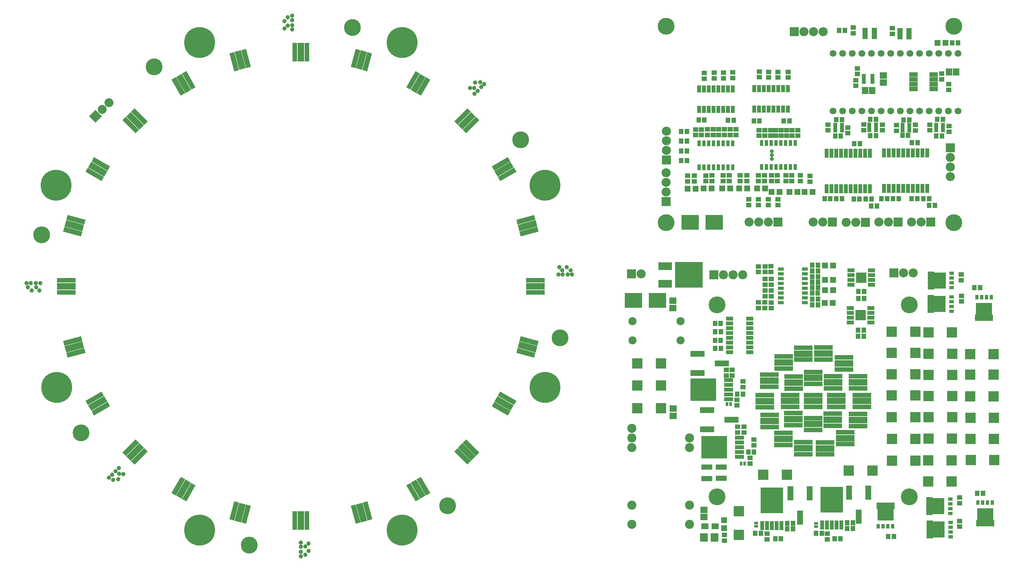
<source format=gbr>
G04 #@! TF.FileFunction,Soldermask,Top*
%FSLAX46Y46*%
G04 Gerber Fmt 4.6, Leading zero omitted, Abs format (unit mm)*
G04 Created by KiCad (PCBNEW 4.0.1-stable) date 2/3/2016 11:10:25 AM*
%MOMM*%
G01*
G04 APERTURE LIST*
%ADD10C,0.100000*%
%ADD11C,4.464000*%
%ADD12C,8.160000*%
%ADD13C,1.797000*%
%ADD14R,1.000000X2.350000*%
%ADD15R,4.591000X3.956000*%
%ADD16O,2.398980X2.398980*%
%ADD17R,2.398980X2.398980*%
%ADD18R,1.400760X1.101040*%
%ADD19C,1.050000*%
%ADD20R,1.000000X1.900000*%
%ADD21R,0.908000X1.543000*%
%ADD22R,1.100000X0.750000*%
%ADD23R,2.198320X1.197560*%
%ADD24R,1.598880X1.598880*%
%ADD25R,2.830000X2.770000*%
%ADD26R,2.770000X2.830000*%
%ADD27R,1.000000X0.800000*%
%ADD28R,0.800000X1.000000*%
%ADD29R,1.900000X1.600000*%
%ADD30R,2.000200X2.203400*%
%ADD31R,1.593800X3.702000*%
%ADD32R,3.702000X1.593800*%
%ADD33R,1.543000X0.908000*%
%ADD34R,1.900000X1.000000*%
%ADD35R,1.950000X1.000000*%
%ADD36R,1.575000X1.575000*%
%ADD37R,0.996900X2.398980*%
%ADD38R,5.998160X6.899860*%
%ADD39R,2.398980X0.996900*%
%ADD40R,6.899860X5.998160*%
%ADD41C,2.150000*%
%ADD42R,3.600400X2.000200*%
%ADD43R,7.400240X6.899860*%
%ADD44C,2.400000*%
%ADD45R,2.900000X1.400000*%
%ADD46C,1.136600*%
%ADD47R,1.300000X0.850000*%
%ADD48R,1.700000X4.850000*%
%ADD49R,3.450000X4.350000*%
%ADD50R,0.850000X1.300000*%
%ADD51R,4.850000X1.700000*%
%ADD52R,4.350000X3.450000*%
%ADD53R,1.700000X4.900000*%
%ADD54R,1.300000X4.900000*%
%ADD55R,4.900000X1.700000*%
%ADD56R,4.900000X1.300000*%
%ADD57R,1.000000X1.000000*%
%ADD58C,2.398980*%
%ADD59R,1.299160X1.400760*%
%ADD60R,1.400760X1.299160*%
%ADD61R,1.898600X1.700480*%
%ADD62R,1.700480X1.898600*%
G04 APERTURE END LIST*
D10*
D11*
X159910000Y-103330000D03*
X77770000Y-158210000D03*
X22890000Y-76070000D03*
X52590000Y-31620000D03*
X130210000Y-147780000D03*
X33320000Y-128510000D03*
D12*
X155930000Y-62970000D03*
X64670000Y-154230000D03*
X118130000Y-154230000D03*
X118130000Y-25170000D03*
X155930000Y-116430000D03*
X64670000Y-25170000D03*
X26670000Y-62970000D03*
D11*
X105030000Y-21190000D03*
X149480000Y-50890000D03*
D13*
X262533800Y-28091300D03*
X259993800Y-28091300D03*
X257453800Y-28091300D03*
X254913800Y-28091300D03*
X252373800Y-28091300D03*
X249833800Y-28091300D03*
X247293800Y-28091300D03*
X244753800Y-28091300D03*
X242213800Y-28091300D03*
X239673800Y-28091300D03*
X237133800Y-28091300D03*
X234593800Y-28091300D03*
X232053800Y-28091300D03*
X232053800Y-43331300D03*
X234593800Y-43331300D03*
X237133800Y-43331300D03*
X239673800Y-43331300D03*
X242213800Y-43331300D03*
X244753800Y-43331300D03*
X247293800Y-43331300D03*
X249833800Y-43331300D03*
X252373800Y-43331300D03*
X254913800Y-43331300D03*
X257453800Y-43331300D03*
X259993800Y-43331300D03*
X262533800Y-43331300D03*
X265073800Y-43331300D03*
X265073800Y-28091300D03*
D14*
X241794700Y-54496140D03*
X240524700Y-54496140D03*
X239254700Y-54496140D03*
X237984700Y-54496140D03*
X236714700Y-54496140D03*
X235444700Y-54496140D03*
X234174700Y-54496140D03*
X232904700Y-54496140D03*
X231634700Y-54496140D03*
X230364700Y-54496140D03*
X230364700Y-63896140D03*
X231634700Y-63896140D03*
X232904700Y-63896140D03*
X234174700Y-63896140D03*
X235444700Y-63896140D03*
X236714700Y-63896140D03*
X237984700Y-63896140D03*
X239254700Y-63896140D03*
X240524700Y-63896140D03*
X241794700Y-63896140D03*
D15*
X194263680Y-72792760D03*
X200613680Y-72792760D03*
D16*
X187939080Y-59610160D03*
D17*
X187939080Y-67230160D03*
D16*
X187939080Y-64690160D03*
X187939080Y-62150160D03*
X229366480Y-22328040D03*
D17*
X221746480Y-22328040D03*
D16*
X224286480Y-22328040D03*
X226826480Y-22328040D03*
X226775680Y-72665760D03*
D17*
X231855680Y-72665760D03*
D16*
X229315680Y-72665760D03*
X244111180Y-72665760D03*
D17*
X249191180Y-72665760D03*
D16*
X246651180Y-72665760D03*
X235475180Y-72729260D03*
D17*
X240555180Y-72729260D03*
D16*
X238015180Y-72729260D03*
X252797980Y-72716560D03*
D17*
X257877980Y-72716560D03*
D16*
X255337980Y-72716560D03*
D18*
X242907220Y-23712340D03*
X242907220Y-22762380D03*
X242907220Y-21812420D03*
X240509460Y-23712340D03*
X240509460Y-21812420D03*
X240509460Y-22762380D03*
X252089320Y-23826640D03*
X252089320Y-22876680D03*
X252089320Y-21926720D03*
X249691560Y-23826640D03*
X249691560Y-21926720D03*
X249691560Y-22876680D03*
D19*
X215810638Y-55009397D03*
X215810638Y-54009397D03*
X215810638Y-56009397D03*
D20*
X205553980Y-37474060D03*
X204283980Y-37474060D03*
X203013980Y-37474060D03*
X201743980Y-37474060D03*
X200473980Y-37474060D03*
X199203980Y-37474060D03*
X197933980Y-37474060D03*
X196663980Y-37474060D03*
X196663980Y-42874060D03*
X197933980Y-42874060D03*
X199203980Y-42874060D03*
X200473980Y-42874060D03*
X201743980Y-42874060D03*
X203013980Y-42874060D03*
X204283980Y-42874060D03*
X205553980Y-42874060D03*
D21*
X196628954Y-51875232D03*
X199168954Y-51875232D03*
X200438954Y-51875232D03*
X201708954Y-51875232D03*
X202978954Y-51875232D03*
X204248954Y-51875232D03*
X205518954Y-51875232D03*
X205518954Y-58225232D03*
X204248954Y-58225232D03*
X202978954Y-58225232D03*
X201708954Y-58225232D03*
X200438954Y-58225232D03*
X199168954Y-58225232D03*
X197898954Y-58225232D03*
X196628954Y-58225232D03*
X197898954Y-51875232D03*
X213123180Y-51774260D03*
X215663180Y-51774260D03*
X216933180Y-51774260D03*
X218203180Y-51774260D03*
X219473180Y-51774260D03*
X220743180Y-51774260D03*
X222013180Y-51774260D03*
X222013180Y-58124260D03*
X220743180Y-58124260D03*
X219473180Y-58124260D03*
X218203180Y-58124260D03*
X216933180Y-58124260D03*
X215663180Y-58124260D03*
X214393180Y-58124260D03*
X213123180Y-58124260D03*
X214393180Y-51774260D03*
D20*
X220108180Y-37397860D03*
X218838180Y-37397860D03*
X217568180Y-37397860D03*
X216298180Y-37397860D03*
X215028180Y-37397860D03*
X213758180Y-37397860D03*
X212488180Y-37397860D03*
X211218180Y-37397860D03*
X211218180Y-42797860D03*
X212488180Y-42797860D03*
X213758180Y-42797860D03*
X215028180Y-42797860D03*
X216298180Y-42797860D03*
X217568180Y-42797860D03*
X218838180Y-42797860D03*
X220108180Y-42797860D03*
D22*
X240179700Y-35736700D03*
X240179700Y-35086700D03*
X240179700Y-34436700D03*
X240179700Y-33786700D03*
X242429700Y-33786700D03*
X242429700Y-34436700D03*
X242429700Y-35086700D03*
X242429700Y-35736700D03*
D23*
X258596800Y-37476600D03*
X258596800Y-36206600D03*
X258596800Y-34936600D03*
X258596800Y-33666600D03*
X253262800Y-33666600D03*
X253262800Y-34936600D03*
X253262800Y-36206600D03*
X253262800Y-37476600D03*
D14*
X256933100Y-54356440D03*
X255663100Y-54356440D03*
X254393100Y-54356440D03*
X253123100Y-54356440D03*
X251853100Y-54356440D03*
X250583100Y-54356440D03*
X249313100Y-54356440D03*
X248043100Y-54356440D03*
X246773100Y-54356440D03*
X245503100Y-54356440D03*
X245503100Y-63756440D03*
X246773100Y-63756440D03*
X248043100Y-63756440D03*
X249313100Y-63756440D03*
X250583100Y-63756440D03*
X251853100Y-63756440D03*
X253123100Y-63756440D03*
X254393100Y-63756440D03*
X255663100Y-63756440D03*
X256933100Y-63756440D03*
D11*
X263915680Y-72848760D03*
X187915680Y-72848760D03*
X187915680Y-20848760D03*
X263915680Y-20848760D03*
D24*
X261728620Y-25266820D03*
X259630580Y-25266820D03*
X195663754Y-63838632D03*
X193565714Y-63838632D03*
X214078220Y-63775760D03*
X211980180Y-63775760D03*
X199908093Y-63825932D03*
X197810053Y-63825932D03*
X217885680Y-64690160D03*
X215787640Y-64690160D03*
X204807220Y-63775760D03*
X202709180Y-63775760D03*
X222599920Y-64690160D03*
X220501880Y-64690160D03*
X209313180Y-63775760D03*
X207215140Y-63775760D03*
X226562320Y-64715560D03*
X224464280Y-64715560D03*
D16*
X187977180Y-48662759D03*
D17*
X187977180Y-56282759D03*
D16*
X187977180Y-53742759D03*
X187977180Y-51202759D03*
X209821179Y-72665760D03*
D17*
X217441179Y-72665760D03*
D16*
X214901179Y-72665760D03*
X212361179Y-72665760D03*
D25*
X207164983Y-149239605D03*
X207164983Y-155479605D03*
D26*
X213554743Y-139542765D03*
X219794743Y-139542765D03*
X253795183Y-101722165D03*
X247555183Y-101722165D03*
X274468243Y-107691165D03*
X268228243Y-107691165D03*
X257141143Y-135798805D03*
X263381143Y-135798805D03*
X253795183Y-107310165D03*
X247555183Y-107310165D03*
X274468243Y-113111525D03*
X268228243Y-113111525D03*
X257217343Y-129994905D03*
X263457343Y-129994905D03*
X253795183Y-112954045D03*
X247555183Y-112954045D03*
X274468243Y-118801125D03*
X268228243Y-118801125D03*
X257293543Y-124368805D03*
X263533543Y-124368805D03*
X253795183Y-118597925D03*
X247555183Y-118597925D03*
X274554603Y-124490725D03*
X268314603Y-124490725D03*
X257293543Y-118730005D03*
X263533543Y-118730005D03*
X236211543Y-138491205D03*
X242451543Y-138491205D03*
X274554603Y-130093965D03*
X268314603Y-130093965D03*
X257293543Y-113167405D03*
X263533543Y-113167405D03*
X253795183Y-124297685D03*
X247555183Y-124297685D03*
X274646043Y-135692125D03*
X268406043Y-135692125D03*
X257252903Y-107528605D03*
X263492903Y-107528605D03*
X253820583Y-130058405D03*
X247580583Y-130058405D03*
X257217343Y-101925365D03*
X263457343Y-101925365D03*
X253820583Y-135808965D03*
X247580583Y-135808965D03*
X257141143Y-141374105D03*
X263381143Y-141374105D03*
D24*
X229847183Y-94112325D03*
X231945223Y-94112325D03*
X229910683Y-90683325D03*
X232008723Y-90683325D03*
X232011263Y-88046805D03*
X229913223Y-88046805D03*
X229910683Y-84180925D03*
X232008723Y-84180925D03*
X203263543Y-153677865D03*
X203263543Y-151579825D03*
D15*
X179270703Y-93451925D03*
X185620703Y-93451925D03*
D27*
X211673483Y-152318545D03*
X211673483Y-153218545D03*
D28*
X207756383Y-136570965D03*
X208656383Y-136570965D03*
D27*
X227538323Y-152420145D03*
X227538323Y-153320145D03*
D28*
X203997183Y-120894085D03*
X204897183Y-120894085D03*
D29*
X198169583Y-153243525D03*
X200869583Y-153243525D03*
D16*
X181317943Y-86395805D03*
D17*
X178777943Y-86395805D03*
D16*
X208114943Y-86624405D03*
D17*
X200494943Y-86624405D03*
D16*
X203034943Y-86624405D03*
X205574943Y-86624405D03*
D30*
X197924463Y-156205165D03*
X200718463Y-156205165D03*
D31*
X225859383Y-144475845D03*
X223319383Y-150875845D03*
X220779383Y-144475845D03*
D32*
X198788463Y-122489205D03*
X205188463Y-125029205D03*
X198788463Y-127569205D03*
D31*
X241355923Y-144300585D03*
X238815923Y-150700585D03*
X236275923Y-144300585D03*
D32*
X196223063Y-107589565D03*
X202623063Y-110129565D03*
X196223063Y-112669565D03*
D33*
X218208903Y-94023425D03*
X218208903Y-91483425D03*
X218208903Y-90213425D03*
X218208903Y-88943425D03*
X218208903Y-87673425D03*
X218208903Y-86403425D03*
X218208903Y-85133425D03*
X224558903Y-85133425D03*
X224558903Y-86403425D03*
X224558903Y-87673425D03*
X224558903Y-88943425D03*
X224558903Y-90213425D03*
X224558903Y-91483425D03*
X224558903Y-92753425D03*
X224558903Y-94023425D03*
X218208903Y-92753425D03*
D34*
X204647863Y-98272845D03*
X204647863Y-99542845D03*
X204647863Y-100812845D03*
X204647863Y-102082845D03*
X204647863Y-103352845D03*
X204647863Y-104622845D03*
X204647863Y-105892845D03*
X204647863Y-107162845D03*
X210047863Y-107162845D03*
X210047863Y-105892845D03*
X210047863Y-104622845D03*
X210047863Y-103352845D03*
X210047863Y-102082845D03*
X210047863Y-100812845D03*
X210047863Y-99542845D03*
X210047863Y-98272845D03*
D35*
X236626463Y-95443285D03*
X236626463Y-96713285D03*
X236626463Y-97983285D03*
X236626463Y-99253285D03*
X242026463Y-99253285D03*
X242026463Y-97983285D03*
X242026463Y-96713285D03*
X242026463Y-95443285D03*
D36*
X239913963Y-97935785D03*
X239913963Y-96760785D03*
X238738963Y-97935785D03*
X238738963Y-96760785D03*
D35*
X236786483Y-85483945D03*
X236786483Y-86753945D03*
X236786483Y-88023945D03*
X236786483Y-89293945D03*
X242186483Y-89293945D03*
X242186483Y-88023945D03*
X242186483Y-86753945D03*
X242186483Y-85483945D03*
D36*
X240073983Y-87976445D03*
X240073983Y-86801445D03*
X238898983Y-87976445D03*
X238898983Y-86801445D03*
D37*
X213349883Y-153009845D03*
X218429883Y-153009845D03*
D38*
X215889883Y-146311865D03*
D37*
X214619883Y-153009845D03*
X215889883Y-153009845D03*
X217159883Y-153009845D03*
D39*
X207312303Y-134792965D03*
X207312303Y-129712965D03*
D40*
X200614323Y-132252965D03*
D39*
X207312303Y-133522965D03*
X207312303Y-132252965D03*
X207312303Y-130982965D03*
D37*
X229138523Y-152895545D03*
X234218523Y-152895545D03*
D38*
X231678523Y-146197565D03*
D37*
X230408523Y-152895545D03*
X231678523Y-152895545D03*
X232948523Y-152895545D03*
D39*
X204457343Y-119570745D03*
X204457343Y-114490745D03*
D40*
X197759363Y-117030745D03*
D39*
X204457343Y-118300745D03*
X204457343Y-117030745D03*
X204457343Y-115760745D03*
D26*
X180306143Y-121955805D03*
X186546143Y-121955805D03*
D41*
X179001463Y-104038645D03*
X191701463Y-104038645D03*
X191701463Y-98958645D03*
X179001463Y-98958645D03*
D42*
X187647623Y-84389205D03*
X187647623Y-88991685D03*
D43*
X193896023Y-86690445D03*
D44*
X178838903Y-127315205D03*
X178838903Y-129855205D03*
X178838903Y-132395205D03*
X178838903Y-147635205D03*
X178838903Y-152715205D03*
X194078903Y-152715205D03*
X194078903Y-147635205D03*
X194078903Y-132395205D03*
X194078903Y-129855205D03*
D11*
X201358543Y-145450805D03*
X201358543Y-94650805D03*
X252158543Y-94650805D03*
X252158543Y-145450805D03*
D26*
X180275663Y-110104165D03*
X186515663Y-110104165D03*
X180306143Y-115910605D03*
X186546143Y-115910605D03*
D45*
X198681383Y-137575405D03*
X198681383Y-140575405D03*
X202450743Y-137519525D03*
X202450743Y-140519525D03*
D16*
X253164383Y-86126565D03*
D17*
X248084383Y-86126565D03*
D16*
X250624383Y-86126565D03*
D46*
X259242603Y-149403045D03*
X258417103Y-148615645D03*
X258417103Y-146418545D03*
X259242603Y-147434545D03*
X257274103Y-147180545D03*
X257274103Y-146037545D03*
X257274103Y-148514045D03*
D47*
X263020103Y-148514045D03*
X263020103Y-149784045D03*
X263020103Y-147244045D03*
D48*
X257545103Y-147879045D03*
D49*
X259745103Y-147879045D03*
D47*
X263020103Y-145974045D03*
D46*
X257274103Y-149657045D03*
X259308643Y-155610805D03*
X258483143Y-154823405D03*
X258483143Y-152626305D03*
X259308643Y-153642305D03*
X257340143Y-153388305D03*
X257340143Y-152245305D03*
X257340143Y-154721805D03*
D47*
X263086143Y-154721805D03*
X263086143Y-155991805D03*
X263086143Y-153451805D03*
D48*
X257611143Y-154086805D03*
D49*
X259811143Y-154086805D03*
D47*
X263086143Y-152181805D03*
D46*
X257340143Y-155864805D03*
X273761243Y-150695905D03*
X272973843Y-151521405D03*
X270776743Y-151521405D03*
X271792743Y-150695905D03*
X271538743Y-152664405D03*
X270395743Y-152664405D03*
X272872243Y-152664405D03*
D50*
X272872243Y-146918405D03*
X274142243Y-146918405D03*
X271602243Y-146918405D03*
D51*
X272237243Y-152393405D03*
D52*
X272237243Y-150193405D03*
D50*
X270332243Y-146918405D03*
D46*
X274015243Y-152664405D03*
X244375983Y-149461465D03*
X245163383Y-148635965D03*
X247360483Y-148635965D03*
X246344483Y-149461465D03*
X246598483Y-147492965D03*
X247741483Y-147492965D03*
X245264983Y-147492965D03*
D50*
X245264983Y-153238965D03*
X243994983Y-153238965D03*
X246534983Y-153238965D03*
D51*
X245899983Y-147763965D03*
D52*
X245899983Y-149963965D03*
D50*
X247804983Y-153238965D03*
D46*
X244121983Y-147492965D03*
X273428503Y-96327205D03*
X272641103Y-97152705D03*
X270444003Y-97152705D03*
X271460003Y-96327205D03*
X271206003Y-98295705D03*
X270063003Y-98295705D03*
X272539503Y-98295705D03*
D50*
X272539503Y-92549705D03*
X273809503Y-92549705D03*
X271269503Y-92549705D03*
D51*
X271904503Y-98024705D03*
D52*
X271904503Y-95824705D03*
D50*
X269999503Y-92549705D03*
D46*
X273682503Y-98295705D03*
X259585503Y-95910645D03*
X258760003Y-95123245D03*
X258760003Y-92926145D03*
X259585503Y-93942145D03*
X257617003Y-93688145D03*
X257617003Y-92545145D03*
X257617003Y-95021645D03*
D47*
X263363003Y-95021645D03*
X263363003Y-96291645D03*
X263363003Y-93751645D03*
D48*
X257888003Y-94386645D03*
D49*
X260088003Y-94386645D03*
D47*
X263363003Y-92481645D03*
D46*
X257617003Y-96164645D03*
X259590583Y-89690185D03*
X258765083Y-88902785D03*
X258765083Y-86705685D03*
X259590583Y-87721685D03*
X257622083Y-87467685D03*
X257622083Y-86324685D03*
X257622083Y-88801185D03*
D47*
X263368083Y-88801185D03*
X263368083Y-90071185D03*
X263368083Y-87531185D03*
D48*
X257893083Y-88166185D03*
D49*
X260093083Y-88166185D03*
D47*
X263368083Y-86261185D03*
D46*
X257622083Y-89944185D03*
D53*
X91400000Y-27700000D03*
D54*
X93000000Y-27700000D03*
X89800000Y-27700000D03*
D46*
X92987500Y-26874500D03*
X92987500Y-28462000D03*
X91400000Y-26874500D03*
X91400000Y-28462000D03*
X89812500Y-26874500D03*
X89812500Y-28462000D03*
D10*
G36*
X40256762Y-120211122D02*
X36013238Y-122661122D01*
X35163238Y-121188878D01*
X39406762Y-118738878D01*
X40256762Y-120211122D01*
X40256762Y-120211122D01*
G37*
G36*
X39356762Y-118652276D02*
X35113238Y-121102276D01*
X34463238Y-119976442D01*
X38706762Y-117526442D01*
X39356762Y-118652276D01*
X39356762Y-118652276D01*
G37*
G36*
X40956762Y-121423558D02*
X36713238Y-123873558D01*
X36063238Y-122747724D01*
X40306762Y-120297724D01*
X40956762Y-121423558D01*
X40956762Y-121423558D01*
G37*
D46*
X36201346Y-119737935D03*
X37576161Y-118944185D03*
X36995096Y-121112750D03*
X38369911Y-120319000D03*
X37788846Y-122487565D03*
X39163661Y-121693815D03*
D10*
G36*
X143393238Y-118738878D02*
X147636762Y-121188878D01*
X146786762Y-122661122D01*
X142543238Y-120211122D01*
X143393238Y-118738878D01*
X143393238Y-118738878D01*
G37*
G36*
X142493238Y-120297724D02*
X146736762Y-122747724D01*
X146086762Y-123873558D01*
X141843238Y-121423558D01*
X142493238Y-120297724D01*
X142493238Y-120297724D01*
G37*
G36*
X144093238Y-117526442D02*
X148336762Y-119976442D01*
X147686762Y-121102276D01*
X143443238Y-118652276D01*
X144093238Y-117526442D01*
X144093238Y-117526442D01*
G37*
D46*
X145011154Y-122487565D03*
X143636339Y-121693815D03*
X145804904Y-121112750D03*
X144430089Y-120319000D03*
X146598654Y-119737935D03*
X145223839Y-118944185D03*
D10*
G36*
X75173070Y-32406514D02*
X73904856Y-27673478D01*
X75546930Y-27233486D01*
X76815144Y-31966522D01*
X75173070Y-32406514D01*
X75173070Y-32406514D01*
G37*
G36*
X76911736Y-31940641D02*
X75643523Y-27207604D01*
X76899226Y-26871139D01*
X78167439Y-31604176D01*
X76911736Y-31940641D01*
X76911736Y-31940641D01*
G37*
G36*
X73820774Y-32768861D02*
X72552561Y-28035824D01*
X73808264Y-27699359D01*
X75076477Y-32432396D01*
X73820774Y-32768861D01*
X73820774Y-32768861D01*
G37*
D46*
X76679752Y-28611753D03*
X77090627Y-30145160D03*
X75146345Y-29022628D03*
X75557220Y-30556035D03*
X73612938Y-29433503D03*
X74023813Y-30966911D03*
D10*
G36*
X49893452Y-132408629D02*
X46428629Y-135873452D01*
X45226548Y-134671371D01*
X48691371Y-131206548D01*
X49893452Y-132408629D01*
X49893452Y-132408629D01*
G37*
G36*
X48620660Y-131135837D02*
X45155837Y-134600660D01*
X44236598Y-133681421D01*
X47701421Y-130216598D01*
X48620660Y-131135837D01*
X48620660Y-131135837D01*
G37*
G36*
X50883402Y-133398579D02*
X47418579Y-136863402D01*
X46499340Y-135944163D01*
X49964163Y-132479340D01*
X50883402Y-133398579D01*
X50883402Y-133398579D01*
G37*
D46*
X45853751Y-133001185D03*
X46976283Y-131878653D03*
X46976283Y-134123717D03*
X48098815Y-133001185D03*
X48098815Y-135246249D03*
X49221347Y-134123717D03*
D10*
G36*
X149133478Y-104284856D02*
X153866514Y-105553070D01*
X153426522Y-107195144D01*
X148693486Y-105926930D01*
X149133478Y-104284856D01*
X149133478Y-104284856D01*
G37*
G36*
X148667604Y-106023523D02*
X153400641Y-107291736D01*
X153064176Y-108547439D01*
X148331139Y-107279226D01*
X148667604Y-106023523D01*
X148667604Y-106023523D01*
G37*
G36*
X149495824Y-102932561D02*
X154228861Y-104200774D01*
X153892396Y-105456477D01*
X149159359Y-104188264D01*
X149495824Y-102932561D01*
X149495824Y-102932561D01*
G37*
D46*
X151666497Y-107487062D03*
X150133089Y-107076187D03*
X152077372Y-105953655D03*
X150543965Y-105542780D03*
X152488247Y-104420248D03*
X150954840Y-104009373D03*
D10*
G36*
X60888878Y-38556762D02*
X58438878Y-34313238D01*
X59911122Y-33463238D01*
X62361122Y-37706762D01*
X60888878Y-38556762D01*
X60888878Y-38556762D01*
G37*
G36*
X62447724Y-37656762D02*
X59997724Y-33413238D01*
X61123558Y-32763238D01*
X63573558Y-37006762D01*
X62447724Y-37656762D01*
X62447724Y-37656762D01*
G37*
G36*
X59676442Y-39256762D02*
X57226442Y-35013238D01*
X58352276Y-34363238D01*
X60802276Y-38606762D01*
X59676442Y-39256762D01*
X59676442Y-39256762D01*
G37*
D46*
X61362065Y-34501346D03*
X62155815Y-35876161D03*
X59987250Y-35295096D03*
X60781000Y-36669911D03*
X58612435Y-36088846D03*
X59406185Y-37463661D03*
D10*
G36*
X62361122Y-141693238D02*
X59911122Y-145936762D01*
X58438878Y-145086762D01*
X60888878Y-140843238D01*
X62361122Y-141693238D01*
X62361122Y-141693238D01*
G37*
G36*
X60802276Y-140793238D02*
X58352276Y-145036762D01*
X57226442Y-144386762D01*
X59676442Y-140143238D01*
X60802276Y-140793238D01*
X60802276Y-140793238D01*
G37*
G36*
X63573558Y-142393238D02*
X61123558Y-146636762D01*
X59997724Y-145986762D01*
X62447724Y-141743238D01*
X63573558Y-142393238D01*
X63573558Y-142393238D01*
G37*
D46*
X58612435Y-143311154D03*
X59406185Y-141936339D03*
X59987250Y-144104904D03*
X60781000Y-142730089D03*
X61362065Y-144898654D03*
X62155815Y-143523839D03*
D55*
X153400000Y-89700000D03*
D56*
X153400000Y-91300000D03*
X153400000Y-88100000D03*
D46*
X154225500Y-91287500D03*
X152638000Y-91287500D03*
X154225500Y-89700000D03*
X152638000Y-89700000D03*
X154225500Y-88112500D03*
X152638000Y-88112500D03*
D10*
G36*
X48691371Y-48193452D02*
X45226548Y-44728629D01*
X46428629Y-43526548D01*
X49893452Y-46991371D01*
X48691371Y-48193452D01*
X48691371Y-48193452D01*
G37*
G36*
X49964163Y-46920660D02*
X46499340Y-43455837D01*
X47418579Y-42536598D01*
X50883402Y-46001421D01*
X49964163Y-46920660D01*
X49964163Y-46920660D01*
G37*
G36*
X47701421Y-49183402D02*
X44236598Y-45718579D01*
X45155837Y-44799340D01*
X48620660Y-48264163D01*
X47701421Y-49183402D01*
X47701421Y-49183402D01*
G37*
D46*
X48098815Y-44153751D03*
X49221347Y-45276283D03*
X46976283Y-45276283D03*
X48098815Y-46398815D03*
X45853751Y-46398815D03*
X46976283Y-47521347D03*
D10*
G36*
X76815144Y-147433478D02*
X75546930Y-152166514D01*
X73904856Y-151726522D01*
X75173070Y-146993486D01*
X76815144Y-147433478D01*
X76815144Y-147433478D01*
G37*
G36*
X75076477Y-146967604D02*
X73808264Y-151700641D01*
X72552561Y-151364176D01*
X73820774Y-146631139D01*
X75076477Y-146967604D01*
X75076477Y-146967604D01*
G37*
G36*
X78167439Y-147795824D02*
X76899226Y-152528861D01*
X75643523Y-152192396D01*
X76911736Y-147459359D01*
X78167439Y-147795824D01*
X78167439Y-147795824D01*
G37*
D46*
X73612938Y-149966497D03*
X74023813Y-148433089D03*
X75146345Y-150377372D03*
X75557220Y-148843965D03*
X76679752Y-150788247D03*
X77090627Y-149254840D03*
D10*
G36*
X148693486Y-73473070D02*
X153426522Y-72204856D01*
X153866514Y-73846930D01*
X149133478Y-75115144D01*
X148693486Y-73473070D01*
X148693486Y-73473070D01*
G37*
G36*
X149159359Y-75211736D02*
X153892396Y-73943523D01*
X154228861Y-75199226D01*
X149495824Y-76467439D01*
X149159359Y-75211736D01*
X149159359Y-75211736D01*
G37*
G36*
X148331139Y-72120774D02*
X153064176Y-70852561D01*
X153400641Y-72108264D01*
X148667604Y-73376477D01*
X148331139Y-72120774D01*
X148331139Y-72120774D01*
G37*
D46*
X152488247Y-74979752D03*
X150954840Y-75390627D03*
X152077372Y-73446345D03*
X150543965Y-73857220D03*
X151666497Y-71912938D03*
X150133089Y-72323813D03*
D10*
G36*
X39406762Y-60661122D02*
X35163238Y-58211122D01*
X36013238Y-56738878D01*
X40256762Y-59188878D01*
X39406762Y-60661122D01*
X39406762Y-60661122D01*
G37*
G36*
X40306762Y-59102276D02*
X36063238Y-56652276D01*
X36713238Y-55526442D01*
X40956762Y-57976442D01*
X40306762Y-59102276D01*
X40306762Y-59102276D01*
G37*
G36*
X38706762Y-61873558D02*
X34463238Y-59423558D01*
X35113238Y-58297724D01*
X39356762Y-60747724D01*
X38706762Y-61873558D01*
X38706762Y-61873558D01*
G37*
D46*
X37788846Y-56912435D03*
X39163661Y-57706185D03*
X36995096Y-58287250D03*
X38369911Y-59081000D03*
X36201346Y-59662065D03*
X37576161Y-60455815D03*
D53*
X91400000Y-151700000D03*
D54*
X89800000Y-151700000D03*
X93000000Y-151700000D03*
D46*
X89812500Y-152525500D03*
X89812500Y-150938000D03*
X91400000Y-152525500D03*
X91400000Y-150938000D03*
X92987500Y-152525500D03*
X92987500Y-150938000D03*
D10*
G36*
X142543238Y-59188878D02*
X146786762Y-56738878D01*
X147636762Y-58211122D01*
X143393238Y-60661122D01*
X142543238Y-59188878D01*
X142543238Y-59188878D01*
G37*
G36*
X143443238Y-60747724D02*
X147686762Y-58297724D01*
X148336762Y-59423558D01*
X144093238Y-61873558D01*
X143443238Y-60747724D01*
X143443238Y-60747724D01*
G37*
G36*
X141843238Y-57976442D02*
X146086762Y-55526442D01*
X146736762Y-56652276D01*
X142493238Y-59102276D01*
X141843238Y-57976442D01*
X141843238Y-57976442D01*
G37*
D46*
X146598654Y-59662065D03*
X145223839Y-60455815D03*
X145804904Y-58287250D03*
X144430089Y-59081000D03*
X145011154Y-56912435D03*
X143636339Y-57706185D03*
D10*
G36*
X33666522Y-75115144D02*
X28933486Y-73846930D01*
X29373478Y-72204856D01*
X34106514Y-73473070D01*
X33666522Y-75115144D01*
X33666522Y-75115144D01*
G37*
G36*
X34132396Y-73376477D02*
X29399359Y-72108264D01*
X29735824Y-70852561D01*
X34468861Y-72120774D01*
X34132396Y-73376477D01*
X34132396Y-73376477D01*
G37*
G36*
X33304176Y-76467439D02*
X28571139Y-75199226D01*
X28907604Y-73943523D01*
X33640641Y-75211736D01*
X33304176Y-76467439D01*
X33304176Y-76467439D01*
G37*
D46*
X31133503Y-71912938D03*
X32666911Y-72323813D03*
X30722628Y-73446345D03*
X32256035Y-73857220D03*
X30311753Y-74979752D03*
X31845160Y-75390627D03*
D10*
G36*
X107626930Y-146993486D02*
X108895144Y-151726522D01*
X107253070Y-152166514D01*
X105984856Y-147433478D01*
X107626930Y-146993486D01*
X107626930Y-146993486D01*
G37*
G36*
X105888264Y-147459359D02*
X107156477Y-152192396D01*
X105900774Y-152528861D01*
X104632561Y-147795824D01*
X105888264Y-147459359D01*
X105888264Y-147459359D01*
G37*
G36*
X108979226Y-146631139D02*
X110247439Y-151364176D01*
X108991736Y-151700641D01*
X107723523Y-146967604D01*
X108979226Y-146631139D01*
X108979226Y-146631139D01*
G37*
D46*
X106120248Y-150788247D03*
X105709373Y-149254840D03*
X107653655Y-150377372D03*
X107242780Y-148843965D03*
X109187062Y-149966497D03*
X108776187Y-148433089D03*
D10*
G36*
X132906548Y-46991371D02*
X136371371Y-43526548D01*
X137573452Y-44728629D01*
X134108629Y-48193452D01*
X132906548Y-46991371D01*
X132906548Y-46991371D01*
G37*
G36*
X134179340Y-48264163D02*
X137644163Y-44799340D01*
X138563402Y-45718579D01*
X135098579Y-49183402D01*
X134179340Y-48264163D01*
X134179340Y-48264163D01*
G37*
G36*
X131916598Y-46001421D02*
X135381421Y-42536598D01*
X136300660Y-43455837D01*
X132835837Y-46920660D01*
X131916598Y-46001421D01*
X131916598Y-46001421D01*
G37*
D46*
X136946249Y-46398815D03*
X135823717Y-47521347D03*
X135823717Y-45276283D03*
X134701185Y-46398815D03*
X134701185Y-44153751D03*
X133578653Y-45276283D03*
D55*
X29400000Y-89700000D03*
D56*
X29400000Y-88100000D03*
X29400000Y-91300000D03*
D46*
X28574500Y-88112500D03*
X30162000Y-88112500D03*
X28574500Y-89700000D03*
X30162000Y-89700000D03*
X28574500Y-91287500D03*
X30162000Y-91287500D03*
D10*
G36*
X121911122Y-140843238D02*
X124361122Y-145086762D01*
X122888878Y-145936762D01*
X120438878Y-141693238D01*
X121911122Y-140843238D01*
X121911122Y-140843238D01*
G37*
G36*
X120352276Y-141743238D02*
X122802276Y-145986762D01*
X121676442Y-146636762D01*
X119226442Y-142393238D01*
X120352276Y-141743238D01*
X120352276Y-141743238D01*
G37*
G36*
X123123558Y-140143238D02*
X125573558Y-144386762D01*
X124447724Y-145036762D01*
X121997724Y-140793238D01*
X123123558Y-140143238D01*
X123123558Y-140143238D01*
G37*
D46*
X121437935Y-144898654D03*
X120644185Y-143523839D03*
X122812750Y-144104904D03*
X122019000Y-142730089D03*
X124187565Y-143311154D03*
X123393815Y-141936339D03*
D10*
G36*
X120438878Y-37706762D02*
X122888878Y-33463238D01*
X124361122Y-34313238D01*
X121911122Y-38556762D01*
X120438878Y-37706762D01*
X120438878Y-37706762D01*
G37*
G36*
X121997724Y-38606762D02*
X124447724Y-34363238D01*
X125573558Y-35013238D01*
X123123558Y-39256762D01*
X121997724Y-38606762D01*
X121997724Y-38606762D01*
G37*
G36*
X119226442Y-37006762D02*
X121676442Y-32763238D01*
X122802276Y-33413238D01*
X120352276Y-37656762D01*
X119226442Y-37006762D01*
X119226442Y-37006762D01*
G37*
D46*
X124187565Y-36088846D03*
X123393815Y-37463661D03*
X122812750Y-35295096D03*
X122019000Y-36669911D03*
X121437935Y-34501346D03*
X120644185Y-35876161D03*
D10*
G36*
X34106514Y-105926930D02*
X29373478Y-107195144D01*
X28933486Y-105553070D01*
X33666522Y-104284856D01*
X34106514Y-105926930D01*
X34106514Y-105926930D01*
G37*
G36*
X33640641Y-104188264D02*
X28907604Y-105456477D01*
X28571139Y-104200774D01*
X33304176Y-102932561D01*
X33640641Y-104188264D01*
X33640641Y-104188264D01*
G37*
G36*
X34468861Y-107279226D02*
X29735824Y-108547439D01*
X29399359Y-107291736D01*
X34132396Y-106023523D01*
X34468861Y-107279226D01*
X34468861Y-107279226D01*
G37*
D46*
X30311753Y-104420248D03*
X31845160Y-104009373D03*
X30722628Y-105953655D03*
X32256035Y-105542780D03*
X31133503Y-107487062D03*
X32666911Y-107076187D03*
D10*
G36*
X134108629Y-131206548D02*
X137573452Y-134671371D01*
X136371371Y-135873452D01*
X132906548Y-132408629D01*
X134108629Y-131206548D01*
X134108629Y-131206548D01*
G37*
G36*
X132835837Y-132479340D02*
X136300660Y-135944163D01*
X135381421Y-136863402D01*
X131916598Y-133398579D01*
X132835837Y-132479340D01*
X132835837Y-132479340D01*
G37*
G36*
X135098579Y-130216598D02*
X138563402Y-133681421D01*
X137644163Y-134600660D01*
X134179340Y-131135837D01*
X135098579Y-130216598D01*
X135098579Y-130216598D01*
G37*
D46*
X134701185Y-135246249D03*
X133578653Y-134123717D03*
X135823717Y-134123717D03*
X134701185Y-133001185D03*
X136946249Y-133001185D03*
X135823717Y-131878653D03*
D10*
G36*
X105944856Y-31966522D02*
X107213070Y-27233486D01*
X108855144Y-27673478D01*
X107586930Y-32406514D01*
X105944856Y-31966522D01*
X105944856Y-31966522D01*
G37*
G36*
X107683523Y-32432396D02*
X108951736Y-27699359D01*
X110207439Y-28035824D01*
X108939226Y-32768861D01*
X107683523Y-32432396D01*
X107683523Y-32432396D01*
G37*
G36*
X104592561Y-31604176D02*
X105860774Y-26871139D01*
X107116477Y-27207604D01*
X105848264Y-31940641D01*
X104592561Y-31604176D01*
X104592561Y-31604176D01*
G37*
D46*
X109147062Y-29433503D03*
X108736187Y-30966911D03*
X107613655Y-29022628D03*
X107202780Y-30556035D03*
X106080248Y-28611753D03*
X105669373Y-30145160D03*
X87109940Y-21475600D03*
X87935440Y-20688200D03*
X87935440Y-18491100D03*
X87109940Y-19507100D03*
X89078440Y-19253100D03*
X89078440Y-18110100D03*
X89078440Y-20586600D03*
X89078440Y-21729600D03*
X159680280Y-84627620D03*
X160467680Y-85453120D03*
X162664780Y-85453120D03*
X161648780Y-84627620D03*
X161902780Y-86596120D03*
X163045780Y-86596120D03*
X160569280Y-86596120D03*
X159426280Y-86596120D03*
X22266280Y-90820140D03*
X21478880Y-89994640D03*
X19281780Y-89994640D03*
X20297780Y-90820140D03*
X20043780Y-88851640D03*
X18900780Y-88851640D03*
X21377280Y-88851640D03*
X22520280Y-88851640D03*
X136070728Y-37171350D03*
X137211221Y-37198291D03*
X138764805Y-35644706D03*
X137462668Y-35779410D03*
X139034213Y-36991745D03*
X139842436Y-36183522D03*
X138091286Y-37934672D03*
X137283063Y-38742895D03*
X93393900Y-157772000D03*
X92568400Y-158559400D03*
X92568400Y-160756500D03*
X93393900Y-159740500D03*
X91425400Y-159994500D03*
X91425400Y-161137500D03*
X91425400Y-158661000D03*
X91425400Y-157518000D03*
X44488992Y-139368610D03*
X43348499Y-139341669D03*
X41794915Y-140895254D03*
X43097052Y-140760550D03*
X41525507Y-139548215D03*
X40717284Y-140356438D03*
X42468434Y-138605288D03*
X43276657Y-137797065D03*
D55*
X226758543Y-120050805D03*
D56*
X226758543Y-118450805D03*
X226758543Y-121650805D03*
D46*
X225933043Y-118463305D03*
X227520543Y-118463305D03*
X225933043Y-120050805D03*
X227520543Y-120050805D03*
X225933043Y-121638305D03*
X227520543Y-121638305D03*
D55*
X220662543Y-120050805D03*
D56*
X220662543Y-118450805D03*
X220662543Y-121650805D03*
D46*
X219837043Y-118463305D03*
X221424543Y-118463305D03*
X219837043Y-120050805D03*
X221424543Y-120050805D03*
X219837043Y-121638305D03*
X221424543Y-121638305D03*
D55*
X213972183Y-120111765D03*
D56*
X213972183Y-118511765D03*
X213972183Y-121711765D03*
D46*
X213146683Y-118524265D03*
X214734183Y-118524265D03*
X213146683Y-120111765D03*
X214734183Y-120111765D03*
X213146683Y-121699265D03*
X214734183Y-121699265D03*
D55*
X238605103Y-125080005D03*
D56*
X238605103Y-123480005D03*
X238605103Y-126680005D03*
D46*
X237779603Y-123492505D03*
X239367103Y-123492505D03*
X237779603Y-125080005D03*
X239367103Y-125080005D03*
X237779603Y-126667505D03*
X239367103Y-126667505D03*
D55*
X221627743Y-115199405D03*
D56*
X221627743Y-113599405D03*
X221627743Y-116799405D03*
D46*
X220802243Y-113611905D03*
X222389743Y-113611905D03*
X220802243Y-115199405D03*
X222389743Y-115199405D03*
X220802243Y-116786905D03*
X222389743Y-116786905D03*
D55*
X215191383Y-114701565D03*
D56*
X215191383Y-113101565D03*
X215191383Y-116301565D03*
D46*
X214365883Y-113114065D03*
X215953383Y-113114065D03*
X214365883Y-114701565D03*
X215953383Y-114701565D03*
X214365883Y-116289065D03*
X215953383Y-116289065D03*
D55*
X235226903Y-129885685D03*
D56*
X235226903Y-128285685D03*
X235226903Y-131485685D03*
D46*
X234401403Y-128298185D03*
X235988903Y-128298185D03*
X234401403Y-129885685D03*
X235988903Y-129885685D03*
X234401403Y-131473185D03*
X235988903Y-131473185D03*
D55*
X226758543Y-113954805D03*
D56*
X226758543Y-112354805D03*
X226758543Y-115554805D03*
D46*
X225933043Y-112367305D03*
X227520543Y-112367305D03*
X225933043Y-113954805D03*
X227520543Y-113954805D03*
X225933043Y-115542305D03*
X227520543Y-115542305D03*
D55*
X219021703Y-109880645D03*
D56*
X219021703Y-108280645D03*
X219021703Y-111480645D03*
D46*
X218196203Y-108293145D03*
X219783703Y-108293145D03*
X218196203Y-109880645D03*
X219783703Y-109880645D03*
X218196203Y-111468145D03*
X219783703Y-111468145D03*
D55*
X229943703Y-132593325D03*
D56*
X229943703Y-130993325D03*
X229943703Y-134193325D03*
D46*
X229118203Y-131005825D03*
X230705703Y-131005825D03*
X229118203Y-132593325D03*
X230705703Y-132593325D03*
X229118203Y-134180825D03*
X230705703Y-134180825D03*
D55*
X232016343Y-115135905D03*
D56*
X232016343Y-113535905D03*
X232016343Y-116735905D03*
D46*
X231190843Y-113548405D03*
X232778343Y-113548405D03*
X231190843Y-115135905D03*
X232778343Y-115135905D03*
X231190843Y-116723405D03*
X232778343Y-116723405D03*
D55*
X224132183Y-107533685D03*
D56*
X224132183Y-105933685D03*
X224132183Y-109133685D03*
D46*
X223306683Y-105946185D03*
X224894183Y-105946185D03*
X223306683Y-107533685D03*
X224894183Y-107533685D03*
X223306683Y-109121185D03*
X224894183Y-109121185D03*
D55*
X224162663Y-132567925D03*
D56*
X224162663Y-130967925D03*
X224162663Y-134167925D03*
D46*
X223337163Y-130980425D03*
X224924663Y-130980425D03*
X223337163Y-132567925D03*
X224924663Y-132567925D03*
X223337163Y-134155425D03*
X224924663Y-134155425D03*
D55*
X232854543Y-120050805D03*
D56*
X232854543Y-118450805D03*
X232854543Y-121650805D03*
D46*
X232029043Y-118463305D03*
X233616543Y-118463305D03*
X232029043Y-120050805D03*
X233616543Y-120050805D03*
X232029043Y-121638305D03*
X233616543Y-121638305D03*
D55*
X229471263Y-107477805D03*
D56*
X229471263Y-105877805D03*
X229471263Y-109077805D03*
D46*
X228645763Y-105890305D03*
X230233263Y-105890305D03*
X228645763Y-107477805D03*
X230233263Y-107477805D03*
X228645763Y-109065305D03*
X230233263Y-109065305D03*
D55*
X218915023Y-130109205D03*
D56*
X218915023Y-128509205D03*
X218915023Y-131709205D03*
D46*
X218089523Y-128521705D03*
X219677023Y-128521705D03*
X218089523Y-130109205D03*
X219677023Y-130109205D03*
X218089523Y-131696705D03*
X219677023Y-131696705D03*
D55*
X231978243Y-124991105D03*
D56*
X231978243Y-123391105D03*
X231978243Y-126591105D03*
D46*
X231152743Y-123403605D03*
X232740243Y-123403605D03*
X231152743Y-124991105D03*
X232740243Y-124991105D03*
X231152743Y-126578605D03*
X232740243Y-126578605D03*
D55*
X234917023Y-110104165D03*
D56*
X234917023Y-108504165D03*
X234917023Y-111704165D03*
D46*
X234091523Y-108516665D03*
X235679023Y-108516665D03*
X234091523Y-110104165D03*
X235679023Y-110104165D03*
X234091523Y-111691665D03*
X235679023Y-111691665D03*
D55*
X215226943Y-125334005D03*
D56*
X215226943Y-123734005D03*
X215226943Y-126934005D03*
D46*
X214401443Y-123746505D03*
X215988943Y-123746505D03*
X214401443Y-125334005D03*
X215988943Y-125334005D03*
X214401443Y-126921505D03*
X215988943Y-126921505D03*
D55*
X226758543Y-126146805D03*
D56*
X226758543Y-124546805D03*
X226758543Y-127746805D03*
D46*
X225933043Y-124559305D03*
X227520543Y-124559305D03*
X225933043Y-126146805D03*
X227520543Y-126146805D03*
X225933043Y-127734305D03*
X227520543Y-127734305D03*
D55*
X238605103Y-115077485D03*
D56*
X238605103Y-113477485D03*
X238605103Y-116677485D03*
D46*
X237779603Y-113489985D03*
X239367103Y-113489985D03*
X237779603Y-115077485D03*
X239367103Y-115077485D03*
X237779603Y-116664985D03*
X239367103Y-116664985D03*
D55*
X221513443Y-124826005D03*
D56*
X221513443Y-123226005D03*
X221513443Y-126426005D03*
D46*
X220687943Y-123238505D03*
X222275443Y-123238505D03*
X220687943Y-124826005D03*
X222275443Y-124826005D03*
X220687943Y-126413505D03*
X222275443Y-126413505D03*
D55*
X239610943Y-120050805D03*
D56*
X239610943Y-118450805D03*
X239610943Y-121650805D03*
D46*
X238785443Y-118463305D03*
X240372943Y-118463305D03*
X238785443Y-120050805D03*
X240372943Y-120050805D03*
X238785443Y-121638305D03*
X240372943Y-121638305D03*
D16*
X263016400Y-60656640D03*
D17*
X263016400Y-53036640D03*
D16*
X263016400Y-55576640D03*
X263016400Y-58116640D03*
D57*
X252176520Y-48447338D03*
X252176520Y-46947338D03*
X250376520Y-46947338D03*
X250376520Y-48447338D03*
D27*
X252176520Y-47697338D03*
X250376520Y-47697338D03*
D57*
X243352560Y-48397808D03*
X243352560Y-46897808D03*
X241552560Y-46897808D03*
X241552560Y-48397808D03*
D27*
X243352560Y-47647808D03*
X241552560Y-47647808D03*
D57*
X234396520Y-48435972D03*
X234396520Y-46935972D03*
X232596520Y-46935972D03*
X232596520Y-48435972D03*
D27*
X234396520Y-47685972D03*
X232596520Y-47685972D03*
D57*
X261066520Y-48424642D03*
X261066520Y-46924642D03*
X259266520Y-46924642D03*
X259266520Y-48424642D03*
D27*
X261066520Y-47674642D03*
X259266520Y-47674642D03*
D12*
X26870000Y-116430000D03*
D58*
X40684091Y-41096829D02*
X40684091Y-41096829D01*
D10*
G36*
X37091989Y-42992596D02*
X38788324Y-44688931D01*
X37091989Y-46385266D01*
X35395654Y-44688931D01*
X37091989Y-42992596D01*
X37091989Y-42992596D01*
G37*
D58*
X38888040Y-42892880D02*
X38888040Y-42892880D01*
D59*
X263521860Y-25241420D03*
X265025540Y-25241420D03*
X193397304Y-56432240D03*
X191893624Y-56432240D03*
X193397304Y-53855956D03*
X191893624Y-53855956D03*
X193397305Y-51279670D03*
X191893625Y-51279670D03*
X193397304Y-48703384D03*
X191893624Y-48703384D03*
D60*
X217473840Y-66704380D03*
X217473840Y-68208060D03*
X214897555Y-66704380D03*
X214897555Y-68208060D03*
X212321271Y-66704380D03*
X212321271Y-68208060D03*
X209744985Y-66704380D03*
X209744985Y-68208060D03*
X205515880Y-33087480D03*
X205515880Y-34591160D03*
X203039380Y-33138280D03*
X203039380Y-34641960D03*
X198010180Y-33227180D03*
X198010180Y-34730860D03*
X200588280Y-33163680D03*
X200588280Y-34667360D03*
D59*
X233620980Y-21997840D03*
X235124660Y-21997840D03*
D60*
X197263954Y-48174452D03*
X197263954Y-49678132D03*
X214012180Y-48355420D03*
X214012180Y-49859100D03*
X195739954Y-49683212D03*
X195739954Y-48179532D03*
X212488180Y-49859100D03*
X212488180Y-48355420D03*
X193619054Y-61898072D03*
X193619054Y-60394392D03*
X212297680Y-61860600D03*
X212297680Y-60356920D03*
X195333554Y-61926012D03*
X195333554Y-60422332D03*
X213885180Y-61860600D03*
X213885180Y-60356920D03*
X200324654Y-48149052D03*
X200324654Y-49652732D03*
X216869680Y-48355420D03*
X216869680Y-49859100D03*
X198800654Y-49665432D03*
X198800654Y-48161752D03*
X215472680Y-49859100D03*
X215472680Y-48355420D03*
X217441180Y-32935080D03*
X217441180Y-34438760D03*
X212564380Y-32858880D03*
X212564380Y-34362560D03*
X220133580Y-32935080D03*
X220133580Y-34438760D03*
X215040881Y-32935080D03*
X215040881Y-34438760D03*
X198381554Y-61875212D03*
X198381554Y-60371532D03*
X215790180Y-61860600D03*
X215790180Y-60356920D03*
X199994454Y-61862512D03*
X199994454Y-60358832D03*
X217314180Y-61860600D03*
X217314180Y-60356920D03*
X203359954Y-48136352D03*
X203359954Y-49640032D03*
X219727180Y-48355420D03*
X219727180Y-49859100D03*
X201835954Y-49652733D03*
X201835954Y-48149053D03*
X218330180Y-49859100D03*
X218330180Y-48355420D03*
X202963180Y-61850440D03*
X202963180Y-60346760D03*
X219536680Y-61860600D03*
X219536680Y-60356920D03*
X204614180Y-61850440D03*
X204614180Y-60346760D03*
X221124180Y-61860600D03*
X221124180Y-60356920D03*
X206382555Y-48123652D03*
X206382555Y-49627332D03*
X222711680Y-48355420D03*
X222711680Y-49859100D03*
X204845854Y-49640032D03*
X204845854Y-48136352D03*
X221187680Y-49859100D03*
X221187680Y-48355420D03*
X207471680Y-61850440D03*
X207471680Y-60346760D03*
X223410180Y-61860600D03*
X223410180Y-60356920D03*
X209249680Y-61850440D03*
X209249680Y-60346760D03*
X225950180Y-61987600D03*
X225950180Y-60483920D03*
X262610000Y-36204060D03*
X262610000Y-37707740D03*
X260755800Y-33407520D03*
X260755800Y-34911200D03*
X238022800Y-35149960D03*
X238022800Y-36653640D03*
X238467300Y-33514200D03*
X238467300Y-32010520D03*
D59*
X200830223Y-99527605D03*
X202333903Y-99527605D03*
X200850543Y-101742485D03*
X202354223Y-101742485D03*
X200850543Y-106111285D03*
X202354223Y-106111285D03*
X200830223Y-104038645D03*
X202333903Y-104038645D03*
D60*
X214017903Y-95478845D03*
X214017903Y-93975165D03*
X215694303Y-93987865D03*
X215694303Y-95491545D03*
D59*
X228028543Y-94620325D03*
X226524863Y-94620325D03*
X228003143Y-93121725D03*
X226499463Y-93121725D03*
D60*
X214058543Y-92291145D03*
X214058543Y-90787465D03*
X215643503Y-90787465D03*
X215643503Y-92291145D03*
D59*
X227990443Y-91508825D03*
X226486763Y-91508825D03*
X228015843Y-90073725D03*
X226512163Y-90073725D03*
D60*
X214068703Y-89243145D03*
X214068703Y-87739465D03*
X215643503Y-87739465D03*
X215643503Y-89243145D03*
D59*
X228028543Y-88587825D03*
X226524863Y-88587825D03*
X228015843Y-87140025D03*
X226512163Y-87140025D03*
D60*
X214081403Y-85928445D03*
X214081403Y-84424765D03*
X215630803Y-84399365D03*
X215630803Y-85903045D03*
D59*
X228028543Y-85641425D03*
X226524863Y-85641425D03*
X228028543Y-84092025D03*
X226524863Y-84092025D03*
D60*
X203288943Y-155509205D03*
X203288943Y-157012885D03*
D59*
X248074223Y-155925765D03*
X246570543Y-155925765D03*
X211480443Y-155029145D03*
X212984123Y-155029145D03*
X221442323Y-152425645D03*
X219938643Y-152425645D03*
X221442323Y-153911545D03*
X219938643Y-153911545D03*
D60*
X210080903Y-136598905D03*
X210080903Y-135095225D03*
D59*
X227573883Y-155054545D03*
X229077563Y-155054545D03*
D60*
X206580783Y-121229365D03*
X206580783Y-119725685D03*
X206791603Y-126891025D03*
X206791603Y-128394705D03*
D59*
X237281763Y-152311345D03*
X235778083Y-152311345D03*
D60*
X203812183Y-111780565D03*
X203812183Y-113284245D03*
X208493403Y-126891025D03*
X208493403Y-128394705D03*
D59*
X237281763Y-153822645D03*
X235778083Y-153822645D03*
D60*
X205346343Y-111805965D03*
X205346343Y-113309645D03*
X265468143Y-151823665D03*
X265468143Y-153327345D03*
X265958363Y-92212405D03*
X265958363Y-93716085D03*
D59*
X269374663Y-90040705D03*
X270878343Y-90040705D03*
D60*
X265478303Y-145587965D03*
X265478303Y-147091645D03*
X265851683Y-86581225D03*
X265851683Y-88084905D03*
D59*
X270151903Y-144485605D03*
X271655583Y-144485605D03*
D60*
X248822880Y-47031858D03*
X248822880Y-48535538D03*
X240181800Y-46874600D03*
X240181800Y-48378280D03*
D59*
X252180760Y-45711058D03*
X250677080Y-45711058D03*
X243361880Y-45509128D03*
X241858200Y-45509128D03*
D60*
X253775880Y-48459338D03*
X253775880Y-46955658D03*
X245094160Y-48409808D03*
X245094160Y-46906128D03*
D59*
X250372280Y-49749658D03*
X251875960Y-49749658D03*
X241827720Y-49837288D03*
X243331400Y-49837288D03*
D60*
X257575720Y-46907562D03*
X257575720Y-48411242D03*
X230702520Y-46913812D03*
X230702520Y-48417492D03*
D59*
X261070760Y-45505482D03*
X259567080Y-45505482D03*
X234395680Y-45608252D03*
X232892000Y-45608252D03*
D60*
X262635400Y-48817642D03*
X262635400Y-47313962D03*
X235899360Y-49179492D03*
X235899360Y-47675812D03*
D59*
X259302920Y-49935242D03*
X260806600Y-49935242D03*
X232587200Y-49875452D03*
X234090880Y-49875452D03*
D60*
X237382720Y-21205360D03*
X237382720Y-22709040D03*
X247674800Y-22897000D03*
X247674800Y-21393320D03*
D59*
X198027960Y-45690960D03*
X196524280Y-45690960D03*
X205762260Y-45729060D03*
X204258580Y-45729060D03*
X212582160Y-45957660D03*
X211078480Y-45957660D03*
X220466320Y-45894160D03*
X218962640Y-45894160D03*
D60*
X212280543Y-93919285D03*
X212280543Y-95422965D03*
X212280543Y-84419685D03*
X212280543Y-85923365D03*
D59*
X252884340Y-51698060D03*
X254388020Y-51698060D03*
X237603700Y-51939360D03*
X239107380Y-51939360D03*
X249381680Y-66518960D03*
X247878000Y-66518960D03*
X234400760Y-66531660D03*
X232897080Y-66531660D03*
X257400460Y-66544360D03*
X255896780Y-66544360D03*
X242160460Y-66607860D03*
X240656780Y-66607860D03*
X246320980Y-66506260D03*
X244817300Y-66506260D03*
X254296580Y-66544360D03*
X252792900Y-66544360D03*
X231289260Y-66531660D03*
X229785580Y-66531660D03*
X238993080Y-66607860D03*
X237489400Y-66607860D03*
X257433480Y-68246160D03*
X258937160Y-68246160D03*
X242124900Y-68423960D03*
X243628580Y-68423960D03*
X238648160Y-101300000D03*
X240151840Y-101300000D03*
X240169743Y-102870245D03*
X238666063Y-102870245D03*
X240251840Y-91100000D03*
X238748160Y-91100000D03*
D60*
X214600000Y-156651840D03*
X214600000Y-155148160D03*
D59*
X216748160Y-156500000D03*
X218251840Y-156500000D03*
X211151840Y-133600000D03*
X209648160Y-133600000D03*
D60*
X230500000Y-156651840D03*
X230500000Y-155148160D03*
D59*
X208251840Y-118200000D03*
X206748160Y-118200000D03*
D60*
X211100000Y-131751840D03*
X211100000Y-130248160D03*
D59*
X232448160Y-156500000D03*
X233951840Y-156500000D03*
D60*
X208200000Y-116351840D03*
X208200000Y-114848160D03*
D61*
X245299900Y-35787500D03*
X245299900Y-33882500D03*
D62*
X264540400Y-32968100D03*
X262635400Y-32968100D03*
X240473900Y-37895700D03*
X242378900Y-37895700D03*
D61*
X189700000Y-95452500D03*
X189700000Y-93547500D03*
X189800000Y-123952500D03*
X189800000Y-122047500D03*
X197900000Y-150752500D03*
X197900000Y-148847500D03*
D59*
X238748160Y-92900000D03*
X240251840Y-92900000D03*
M02*

</source>
